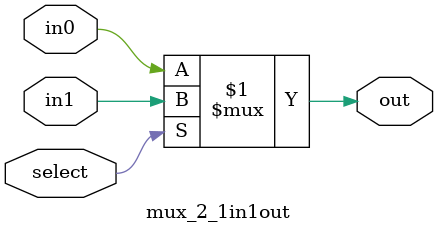
<source format=v>
module mux_2_1in1out(out, select, in0, in1);
    input select;
    input in0, in1;
    output out;
    assign out = select ? in1 : in0;
endmodule
</source>
